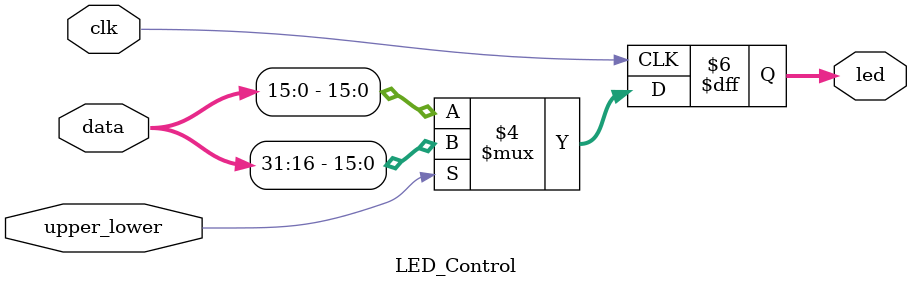
<source format=v>
`timescale 1ns / 1ps


module LED_Control(
    input clk,
    input upper_lower,
    input [31:0] data,
    output reg [15:0] led = 16'b0
    );
    
always @ (posedge clk) begin
    if (upper_lower) begin     // display 16 MSB
        led [15:0] <= data[31:16];
    end else begin             // display 16 LSB
        led [15:0] <= data[15:0];
    end
end
    
endmodule

</source>
